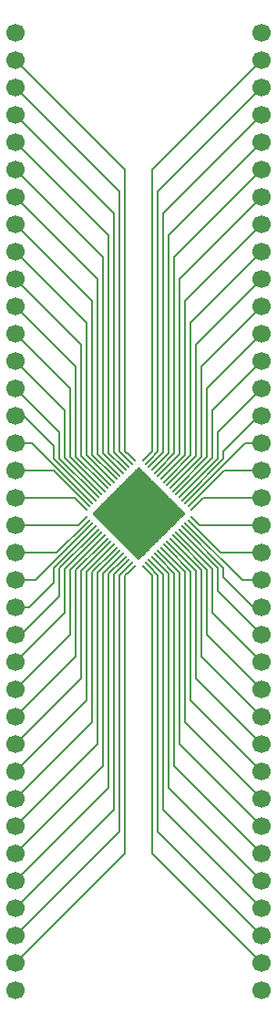
<source format=gtl>
G04 #@! TF.GenerationSoftware,KiCad,Pcbnew,9.0.6*
G04 #@! TF.CreationDate,2025-12-31T13:07:48-06:00*
G04 #@! TF.ProjectId,QFN-68_8x8,51464e2d-3638-45f3-9878-382e6b696361,rev?*
G04 #@! TF.SameCoordinates,Original*
G04 #@! TF.FileFunction,Copper,L1,Top*
G04 #@! TF.FilePolarity,Positive*
%FSLAX46Y46*%
G04 Gerber Fmt 4.6, Leading zero omitted, Abs format (unit mm)*
G04 Created by KiCad (PCBNEW 9.0.6) date 2025-12-31 13:07:48*
%MOMM*%
%LPD*%
G01*
G04 APERTURE LIST*
G04 Aperture macros list*
%AMRoundRect*
0 Rectangle with rounded corners*
0 $1 Rounding radius*
0 $2 $3 $4 $5 $6 $7 $8 $9 X,Y pos of 4 corners*
0 Add a 4 corners polygon primitive as box body*
4,1,4,$2,$3,$4,$5,$6,$7,$8,$9,$2,$3,0*
0 Add four circle primitives for the rounded corners*
1,1,$1+$1,$2,$3*
1,1,$1+$1,$4,$5*
1,1,$1+$1,$6,$7*
1,1,$1+$1,$8,$9*
0 Add four rect primitives between the rounded corners*
20,1,$1+$1,$2,$3,$4,$5,0*
20,1,$1+$1,$4,$5,$6,$7,0*
20,1,$1+$1,$6,$7,$8,$9,0*
20,1,$1+$1,$8,$9,$2,$3,0*%
%AMRotRect*
0 Rectangle, with rotation*
0 The origin of the aperture is its center*
0 $1 length*
0 $2 width*
0 $3 Rotation angle, in degrees counterclockwise*
0 Add horizontal line*
21,1,$1,$2,0,0,$3*%
G04 Aperture macros list end*
G04 #@! TA.AperFunction,SMDPad,CuDef*
%ADD10RoundRect,0.050000X-0.437522X0.366812X0.366812X-0.437522X0.437522X-0.366812X-0.366812X0.437522X0*%
G04 #@! TD*
G04 #@! TA.AperFunction,SMDPad,CuDef*
%ADD11RoundRect,0.050000X-0.437522X-0.366812X-0.366812X-0.437522X0.437522X0.366812X0.366812X0.437522X0*%
G04 #@! TD*
G04 #@! TA.AperFunction,HeatsinkPad*
%ADD12C,0.500000*%
G04 #@! TD*
G04 #@! TA.AperFunction,HeatsinkPad*
%ADD13RotRect,5.200000X5.200000X315.000000*%
G04 #@! TD*
G04 #@! TA.AperFunction,ComponentPad*
%ADD14C,1.700000*%
G04 #@! TD*
G04 #@! TA.AperFunction,Conductor*
%ADD15C,0.200000*%
G04 #@! TD*
G04 APERTURE END LIST*
D10*
X137728904Y-115578099D03*
X137446061Y-115860942D03*
X137163218Y-116143785D03*
X136880376Y-116426627D03*
X136597533Y-116709470D03*
X136314690Y-116992313D03*
X136031847Y-117275156D03*
X135749005Y-117557998D03*
X135466162Y-117840841D03*
X135183319Y-118123684D03*
X134900477Y-118406526D03*
X134617634Y-118689369D03*
X134334791Y-118972212D03*
X134051948Y-119255055D03*
X133769106Y-119537897D03*
X133486263Y-119820740D03*
X133203420Y-120103583D03*
D11*
X133203420Y-121505775D03*
X133486263Y-121788618D03*
X133769106Y-122071461D03*
X134051948Y-122354303D03*
X134334791Y-122637146D03*
X134617634Y-122919989D03*
X134900477Y-123202832D03*
X135183319Y-123485674D03*
X135466162Y-123768517D03*
X135749005Y-124051360D03*
X136031847Y-124334202D03*
X136314690Y-124617045D03*
X136597533Y-124899888D03*
X136880376Y-125182731D03*
X137163218Y-125465573D03*
X137446061Y-125748416D03*
X137728904Y-126031259D03*
D10*
X139131096Y-126031259D03*
X139413939Y-125748416D03*
X139696782Y-125465573D03*
X139979624Y-125182731D03*
X140262467Y-124899888D03*
X140545310Y-124617045D03*
X140828153Y-124334202D03*
X141110995Y-124051360D03*
X141393838Y-123768517D03*
X141676681Y-123485674D03*
X141959523Y-123202832D03*
X142242366Y-122919989D03*
X142525209Y-122637146D03*
X142808052Y-122354303D03*
X143090894Y-122071461D03*
X143373737Y-121788618D03*
X143656580Y-121505775D03*
D11*
X143656580Y-120103583D03*
X143373737Y-119820740D03*
X143090894Y-119537897D03*
X142808052Y-119255055D03*
X142525209Y-118972212D03*
X142242366Y-118689369D03*
X141959523Y-118406526D03*
X141676681Y-118123684D03*
X141393838Y-117840841D03*
X141110995Y-117557998D03*
X140828153Y-117275156D03*
X140545310Y-116992313D03*
X140262467Y-116709470D03*
X139979624Y-116426627D03*
X139696782Y-116143785D03*
X139413939Y-115860942D03*
X139131096Y-115578099D03*
D12*
X138430000Y-117481277D03*
X136768299Y-119142978D03*
X135106598Y-120804679D03*
X137599150Y-118312128D03*
X135937449Y-119973829D03*
X139260850Y-118312128D03*
X138430000Y-119142978D03*
X136768299Y-120804679D03*
X135937449Y-121635529D03*
X137599150Y-119973829D03*
X140091701Y-119142978D03*
X139260850Y-119973829D03*
X138430000Y-120804679D03*
D13*
X138430000Y-120804679D03*
D12*
X137599150Y-121635529D03*
X136768299Y-122466380D03*
X139260850Y-121635529D03*
X140922551Y-119973829D03*
X140091701Y-120804679D03*
X138430000Y-122466380D03*
X137599150Y-123297230D03*
X140922551Y-121635529D03*
X139260850Y-123297230D03*
X141753402Y-120804679D03*
X140091701Y-122466380D03*
X138430000Y-124128081D03*
D14*
X127000000Y-76200000D03*
X127000000Y-78740000D03*
X127000000Y-81280000D03*
X127000000Y-83820000D03*
X127000000Y-86360000D03*
X127000000Y-88900000D03*
X127000000Y-91440000D03*
X127000000Y-93980000D03*
X127000000Y-96520000D03*
X127000000Y-99060000D03*
X127000000Y-101600000D03*
X127000000Y-104140000D03*
X127000000Y-106680000D03*
X127000000Y-109220000D03*
X127000000Y-111760000D03*
X127000000Y-114300000D03*
X127000000Y-116840000D03*
X127000000Y-119380000D03*
X127000000Y-121920000D03*
X127000000Y-124460000D03*
X127000000Y-127000000D03*
X127000000Y-129540000D03*
X127000000Y-132080000D03*
X127000000Y-134620000D03*
X127000000Y-137160000D03*
X127000000Y-139700000D03*
X127000000Y-142240000D03*
X127000000Y-144780000D03*
X127000000Y-147320000D03*
X127000000Y-149860000D03*
X127000000Y-152400000D03*
X127000000Y-154940000D03*
X127000000Y-157480000D03*
X127000000Y-160020000D03*
X127000000Y-162560000D03*
X127000000Y-165100000D03*
X149860000Y-76200000D03*
X149860000Y-78740000D03*
X149860000Y-81280000D03*
X149860000Y-83820000D03*
X149860000Y-86360000D03*
X149860000Y-88900000D03*
X149860000Y-91440000D03*
X149860000Y-93980000D03*
X149860000Y-96520000D03*
X149860000Y-99060000D03*
X149860000Y-101600000D03*
X149860000Y-104140000D03*
X149860000Y-106680000D03*
X149860000Y-109220000D03*
X149860000Y-111760000D03*
X149860000Y-114300000D03*
X149860000Y-116840000D03*
X149860000Y-119380000D03*
X149860000Y-121920000D03*
X149860000Y-124460000D03*
X149860000Y-127000000D03*
X149860000Y-129540000D03*
X149860000Y-132080000D03*
X149860000Y-134620000D03*
X149860000Y-137160000D03*
X149860000Y-139700000D03*
X149860000Y-142240000D03*
X149860000Y-144780000D03*
X149860000Y-147320000D03*
X149860000Y-149860000D03*
X149860000Y-152400000D03*
X149860000Y-154940000D03*
X149860000Y-157480000D03*
X149860000Y-160020000D03*
X149860000Y-162560000D03*
X149860000Y-165100000D03*
D15*
X133604000Y-126196365D02*
X133604000Y-138176000D01*
X133604000Y-138176000D02*
X127000000Y-144780000D01*
X135749005Y-124051360D02*
X133604000Y-126196365D01*
X135183319Y-118123684D02*
X132588000Y-115528365D01*
X132588000Y-107188000D02*
X127000000Y-101600000D01*
X132588000Y-115528365D02*
X132588000Y-107188000D01*
X137163218Y-116143785D02*
X136144000Y-115124567D01*
X136144000Y-92964000D02*
X127000000Y-83820000D01*
X136144000Y-115124567D02*
X136144000Y-92964000D01*
X134620000Y-99060000D02*
X127000000Y-91440000D01*
X136314690Y-116992313D02*
X134620000Y-115297623D01*
X134620000Y-115297623D02*
X134620000Y-99060000D01*
X133604000Y-115412993D02*
X133604000Y-103124000D01*
X135749005Y-117557998D02*
X133604000Y-115412993D01*
X133604000Y-103124000D02*
X127000000Y-96520000D01*
X137160000Y-88900000D02*
X127000000Y-78740000D01*
X137728904Y-115578099D02*
X137160000Y-115009195D01*
X137160000Y-115009195D02*
X137160000Y-88900000D01*
X136880376Y-125182731D02*
X135636000Y-126427107D01*
X135636000Y-126427107D02*
X135636000Y-146304000D01*
X135636000Y-146304000D02*
X127000000Y-154940000D01*
X134112000Y-101092000D02*
X127000000Y-93980000D01*
X134112000Y-115355309D02*
X134112000Y-101092000D01*
X136031847Y-117275156D02*
X134112000Y-115355309D01*
X136031847Y-124334202D02*
X134112000Y-126254049D01*
X134112000Y-140208000D02*
X127000000Y-147320000D01*
X134112000Y-126254049D02*
X134112000Y-140208000D01*
X136652000Y-115066881D02*
X136652000Y-90932000D01*
X137446061Y-115860942D02*
X136652000Y-115066881D01*
X136652000Y-90932000D02*
X127000000Y-81280000D01*
X136144000Y-148336000D02*
X127000000Y-157480000D01*
X136144000Y-126484791D02*
X136144000Y-148336000D01*
X137163218Y-125465573D02*
X136144000Y-126484791D01*
X132080000Y-126023309D02*
X132080000Y-132080000D01*
X134900477Y-123202832D02*
X132080000Y-126023309D01*
X132080000Y-132080000D02*
X127000000Y-137160000D01*
X131572000Y-125965623D02*
X131572000Y-130048000D01*
X131572000Y-130048000D02*
X127000000Y-134620000D01*
X134617634Y-122919989D02*
X131572000Y-125965623D01*
X130814881Y-124460000D02*
X127000000Y-124460000D01*
X133486263Y-121788618D02*
X130814881Y-124460000D01*
X133769106Y-122071461D02*
X128840567Y-127000000D01*
X128840567Y-127000000D02*
X127000000Y-127000000D01*
X133203420Y-121505775D02*
X132789195Y-121920000D01*
X132789195Y-121920000D02*
X127000000Y-121920000D01*
X135466162Y-117840841D02*
X133096000Y-115470679D01*
X133096000Y-115470679D02*
X133096000Y-105156000D01*
X133096000Y-105156000D02*
X127000000Y-99060000D01*
X134051948Y-119255055D02*
X130556000Y-115759107D01*
X130556000Y-114554000D02*
X127762000Y-111760000D01*
X130556000Y-115759107D02*
X130556000Y-114554000D01*
X127762000Y-111760000D02*
X127000000Y-111760000D01*
X137160000Y-152400000D02*
X127000000Y-162560000D01*
X137728904Y-126031259D02*
X137160000Y-126600163D01*
X137160000Y-126600163D02*
X137160000Y-152400000D01*
X133096000Y-136144000D02*
X127000000Y-142240000D01*
X135466162Y-123768517D02*
X133096000Y-126138679D01*
X133096000Y-126138679D02*
X133096000Y-136144000D01*
X134051948Y-122354303D02*
X130556000Y-125850251D01*
X130556000Y-127254000D02*
X128270000Y-129540000D01*
X128270000Y-129540000D02*
X127000000Y-129540000D01*
X130556000Y-125850251D02*
X130556000Y-127254000D01*
X130505523Y-116840000D02*
X127000000Y-116840000D01*
X133486263Y-119820740D02*
X130505523Y-116840000D01*
X136314690Y-124617045D02*
X134620000Y-126311735D01*
X134620000Y-126311735D02*
X134620000Y-142240000D01*
X134620000Y-142240000D02*
X127000000Y-149860000D01*
X133769106Y-119537897D02*
X128531209Y-114300000D01*
X128531209Y-114300000D02*
X127000000Y-114300000D01*
X135183319Y-123485674D02*
X132588000Y-126080993D01*
X132588000Y-134112000D02*
X127000000Y-139700000D01*
X132588000Y-126080993D02*
X132588000Y-134112000D01*
X135128000Y-144272000D02*
X127000000Y-152400000D01*
X135128000Y-126369421D02*
X135128000Y-144272000D01*
X136597533Y-124899888D02*
X135128000Y-126369421D01*
X136652000Y-126542477D02*
X136652000Y-150368000D01*
X137446061Y-125748416D02*
X136652000Y-126542477D01*
X136652000Y-150368000D02*
X127000000Y-160020000D01*
X132479837Y-119380000D02*
X127000000Y-119380000D01*
X133203420Y-120103583D02*
X132479837Y-119380000D01*
X136597533Y-116709470D02*
X135128000Y-115239937D01*
X135128000Y-97028000D02*
X127000000Y-88900000D01*
X135128000Y-115239937D02*
X135128000Y-97028000D01*
X136880376Y-116426627D02*
X135636000Y-115182251D01*
X135636000Y-115182251D02*
X135636000Y-94996000D01*
X135636000Y-94996000D02*
X127000000Y-86360000D01*
X134334791Y-118972212D02*
X131064000Y-115701421D01*
X131064000Y-115701421D02*
X131064000Y-113284000D01*
X131064000Y-113284000D02*
X127000000Y-109220000D01*
X131572000Y-115643735D02*
X131572000Y-111252000D01*
X131572000Y-111252000D02*
X127000000Y-106680000D01*
X134617634Y-118689369D02*
X131572000Y-115643735D01*
X134900477Y-118406526D02*
X132080000Y-115586049D01*
X132080000Y-109220000D02*
X127000000Y-104140000D01*
X132080000Y-115586049D02*
X132080000Y-109220000D01*
X134334791Y-122637146D02*
X131064000Y-125907937D01*
X131064000Y-128524000D02*
X127508000Y-132080000D01*
X127508000Y-132080000D02*
X127000000Y-132080000D01*
X131064000Y-125907937D02*
X131064000Y-128524000D01*
X144380163Y-119380000D02*
X149860000Y-119380000D01*
X143656580Y-120103583D02*
X144380163Y-119380000D01*
X141732000Y-115239937D02*
X141732000Y-97028000D01*
X141732000Y-97028000D02*
X149860000Y-88900000D01*
X140262467Y-116709470D02*
X141732000Y-115239937D01*
X143764000Y-126138679D02*
X143764000Y-136144000D01*
X141393838Y-123768517D02*
X143764000Y-126138679D01*
X143764000Y-136144000D02*
X149860000Y-142240000D01*
X140545310Y-124617045D02*
X142240000Y-126311735D01*
X142240000Y-126311735D02*
X142240000Y-142240000D01*
X142240000Y-142240000D02*
X149860000Y-149860000D01*
X142525209Y-118972212D02*
X145796000Y-115701421D01*
X145796000Y-115701421D02*
X145796000Y-113284000D01*
X145796000Y-113284000D02*
X149860000Y-109220000D01*
X142242366Y-118689369D02*
X145288000Y-115643735D01*
X145288000Y-115643735D02*
X145288000Y-111252000D01*
X145288000Y-111252000D02*
X149860000Y-106680000D01*
X141676681Y-118123684D02*
X144272000Y-115528365D01*
X144272000Y-115528365D02*
X144272000Y-107188000D01*
X144272000Y-107188000D02*
X149860000Y-101600000D01*
X139696782Y-116143785D02*
X140716000Y-115124567D01*
X140716000Y-115124567D02*
X140716000Y-92964000D01*
X140716000Y-92964000D02*
X149860000Y-83820000D01*
X148328791Y-114300000D02*
X149860000Y-114300000D01*
X143090894Y-119537897D02*
X148328791Y-114300000D01*
X142748000Y-140208000D02*
X149860000Y-147320000D01*
X142748000Y-126254049D02*
X142748000Y-140208000D01*
X140828153Y-124334202D02*
X142748000Y-126254049D01*
X143764000Y-105156000D02*
X149860000Y-99060000D01*
X141393838Y-117840841D02*
X143764000Y-115470679D01*
X143764000Y-115470679D02*
X143764000Y-105156000D01*
X149606000Y-111760000D02*
X149860000Y-111760000D01*
X146304000Y-115759107D02*
X146304000Y-115062000D01*
X146304000Y-115062000D02*
X149606000Y-111760000D01*
X142808052Y-119255055D02*
X146304000Y-115759107D01*
X149098000Y-129540000D02*
X149860000Y-129540000D01*
X146304000Y-126746000D02*
X149098000Y-129540000D01*
X146304000Y-125850251D02*
X146304000Y-126746000D01*
X142808052Y-122354303D02*
X146304000Y-125850251D01*
X139700000Y-88900000D02*
X149860000Y-78740000D01*
X139700000Y-115009195D02*
X139700000Y-88900000D01*
X139131096Y-115578099D02*
X139700000Y-115009195D01*
X139131096Y-126031259D02*
X139700000Y-126600163D01*
X139700000Y-152400000D02*
X149860000Y-162560000D01*
X139700000Y-126600163D02*
X139700000Y-152400000D01*
X140716000Y-126484791D02*
X140716000Y-148336000D01*
X140716000Y-148336000D02*
X149860000Y-157480000D01*
X139696782Y-125465573D02*
X140716000Y-126484791D01*
X140208000Y-115066881D02*
X140208000Y-90932000D01*
X139413939Y-115860942D02*
X140208000Y-115066881D01*
X140208000Y-90932000D02*
X149860000Y-81280000D01*
X146354477Y-116840000D02*
X149860000Y-116840000D01*
X143373737Y-119820740D02*
X146354477Y-116840000D01*
X143656580Y-121505775D02*
X144070805Y-121920000D01*
X144070805Y-121920000D02*
X149860000Y-121920000D01*
X143090894Y-122071461D02*
X148019433Y-127000000D01*
X148019433Y-127000000D02*
X149860000Y-127000000D01*
X144780000Y-132080000D02*
X149860000Y-137160000D01*
X144780000Y-126023309D02*
X144780000Y-132080000D01*
X141959523Y-123202832D02*
X144780000Y-126023309D01*
X140545310Y-116992313D02*
X142240000Y-115297623D01*
X142240000Y-115297623D02*
X142240000Y-99060000D01*
X142240000Y-99060000D02*
X149860000Y-91440000D01*
X145796000Y-128016000D02*
X149860000Y-132080000D01*
X145796000Y-125907937D02*
X145796000Y-128016000D01*
X142525209Y-122637146D02*
X145796000Y-125907937D01*
X141732000Y-126369421D02*
X141732000Y-144272000D01*
X140262467Y-124899888D02*
X141732000Y-126369421D01*
X141732000Y-144272000D02*
X149860000Y-152400000D01*
X141224000Y-115182251D02*
X141224000Y-94996000D01*
X139979624Y-116426627D02*
X141224000Y-115182251D01*
X141224000Y-94996000D02*
X149860000Y-86360000D01*
X145288000Y-125965623D02*
X145288000Y-130048000D01*
X142242366Y-122919989D02*
X145288000Y-125965623D01*
X145288000Y-130048000D02*
X149860000Y-134620000D01*
X144272000Y-134112000D02*
X149860000Y-139700000D01*
X141676681Y-123485674D02*
X144272000Y-126080993D01*
X144272000Y-126080993D02*
X144272000Y-134112000D01*
X144780000Y-109220000D02*
X149860000Y-104140000D01*
X144780000Y-115586049D02*
X144780000Y-109220000D01*
X141959523Y-118406526D02*
X144780000Y-115586049D01*
X141110995Y-124051360D02*
X143256000Y-126196365D01*
X143256000Y-126196365D02*
X143256000Y-138176000D01*
X143256000Y-138176000D02*
X149860000Y-144780000D01*
X142748000Y-115355309D02*
X142748000Y-101092000D01*
X142748000Y-101092000D02*
X149860000Y-93980000D01*
X140828153Y-117275156D02*
X142748000Y-115355309D01*
X141224000Y-146304000D02*
X149860000Y-154940000D01*
X139979624Y-125182731D02*
X141224000Y-126427107D01*
X141224000Y-126427107D02*
X141224000Y-146304000D01*
X141110995Y-117557998D02*
X143256000Y-115412993D01*
X143256000Y-115412993D02*
X143256000Y-103124000D01*
X143256000Y-103124000D02*
X149860000Y-96520000D01*
X140208000Y-126542477D02*
X140208000Y-150368000D01*
X139413939Y-125748416D02*
X140208000Y-126542477D01*
X140208000Y-150368000D02*
X149860000Y-160020000D01*
X143373737Y-121788618D02*
X146045119Y-124460000D01*
X146045119Y-124460000D02*
X149860000Y-124460000D01*
G04 #@! TA.AperFunction,Conductor*
G36*
X138519699Y-116540396D02*
G01*
X138527510Y-116549410D01*
X138556676Y-116586537D01*
X138556685Y-116586547D01*
X138688333Y-116718195D01*
X138688353Y-116718213D01*
X138761296Y-116775516D01*
X138782203Y-116796422D01*
X138839516Y-116869377D01*
X138839528Y-116869390D01*
X138971176Y-117001038D01*
X138971182Y-117001043D01*
X138971186Y-117001047D01*
X138971189Y-117001049D01*
X139044144Y-117058363D01*
X139065050Y-117079270D01*
X139122352Y-117152212D01*
X139122370Y-117152232D01*
X139254018Y-117283880D01*
X139254038Y-117283898D01*
X139326981Y-117341201D01*
X139347888Y-117362107D01*
X139405201Y-117435062D01*
X139405213Y-117435075D01*
X139536861Y-117566723D01*
X139536881Y-117566741D01*
X139609824Y-117624044D01*
X139630731Y-117644950D01*
X139688044Y-117717905D01*
X139688056Y-117717918D01*
X139819704Y-117849566D01*
X139819724Y-117849584D01*
X139892667Y-117906887D01*
X139913574Y-117927793D01*
X139970887Y-118000748D01*
X139970899Y-118000761D01*
X140102547Y-118132409D01*
X140102553Y-118132414D01*
X140102557Y-118132418D01*
X140102560Y-118132420D01*
X140175515Y-118189734D01*
X140196421Y-118210641D01*
X140253723Y-118283583D01*
X140253741Y-118283603D01*
X140385389Y-118415251D01*
X140385409Y-118415269D01*
X140458352Y-118472572D01*
X140479259Y-118493478D01*
X140536572Y-118566433D01*
X140536584Y-118566446D01*
X140668232Y-118698094D01*
X140668252Y-118698112D01*
X140741195Y-118755415D01*
X140762102Y-118776321D01*
X140819415Y-118849276D01*
X140819427Y-118849289D01*
X140951075Y-118980937D01*
X140951081Y-118980942D01*
X140951085Y-118980946D01*
X140951088Y-118980948D01*
X141024043Y-119038262D01*
X141044949Y-119059169D01*
X141102251Y-119132111D01*
X141102269Y-119132131D01*
X141233917Y-119263779D01*
X141233937Y-119263797D01*
X141306880Y-119321100D01*
X141327787Y-119342006D01*
X141385100Y-119414961D01*
X141385112Y-119414974D01*
X141516760Y-119546622D01*
X141516780Y-119546640D01*
X141589723Y-119603943D01*
X141610630Y-119624849D01*
X141667943Y-119697804D01*
X141667955Y-119697817D01*
X141799603Y-119829465D01*
X141799623Y-119829483D01*
X141872566Y-119886786D01*
X141893473Y-119907692D01*
X141950786Y-119980647D01*
X141950798Y-119980660D01*
X142082446Y-120112308D01*
X142082452Y-120112313D01*
X142082456Y-120112317D01*
X142082459Y-120112319D01*
X142155414Y-120169633D01*
X142176320Y-120190540D01*
X142233622Y-120263482D01*
X142233640Y-120263502D01*
X142365288Y-120395150D01*
X142365308Y-120395168D01*
X142438251Y-120452471D01*
X142459158Y-120473377D01*
X142516471Y-120546332D01*
X142516483Y-120546345D01*
X142648131Y-120677993D01*
X142648137Y-120677998D01*
X142648141Y-120678002D01*
X142648144Y-120678004D01*
X142685269Y-120707170D01*
X142725826Y-120764064D01*
X142729185Y-120833853D01*
X142694281Y-120894379D01*
X142685269Y-120902188D01*
X142648144Y-120931353D01*
X142648131Y-120931364D01*
X142516483Y-121063012D01*
X142516471Y-121063025D01*
X142459160Y-121135978D01*
X142438254Y-121156884D01*
X142365301Y-121214195D01*
X142365288Y-121214207D01*
X142233640Y-121345855D01*
X142233629Y-121345868D01*
X142176318Y-121418821D01*
X142155412Y-121439727D01*
X142082459Y-121497038D01*
X142082446Y-121497049D01*
X141950798Y-121628697D01*
X141950786Y-121628710D01*
X141893475Y-121701663D01*
X141872569Y-121722569D01*
X141799616Y-121779880D01*
X141799603Y-121779892D01*
X141667955Y-121911540D01*
X141667943Y-121911553D01*
X141610632Y-121984506D01*
X141589726Y-122005412D01*
X141516773Y-122062723D01*
X141516760Y-122062735D01*
X141385112Y-122194383D01*
X141385100Y-122194396D01*
X141327789Y-122267349D01*
X141306883Y-122288255D01*
X141233930Y-122345566D01*
X141233917Y-122345578D01*
X141102269Y-122477226D01*
X141102258Y-122477239D01*
X141044947Y-122550192D01*
X141024041Y-122571098D01*
X140951088Y-122628409D01*
X140951075Y-122628420D01*
X140819427Y-122760068D01*
X140819415Y-122760081D01*
X140762104Y-122833034D01*
X140741198Y-122853940D01*
X140668245Y-122911251D01*
X140668232Y-122911263D01*
X140536584Y-123042911D01*
X140536572Y-123042924D01*
X140479261Y-123115877D01*
X140458355Y-123136783D01*
X140385402Y-123194094D01*
X140385389Y-123194106D01*
X140253741Y-123325754D01*
X140253730Y-123325767D01*
X140196419Y-123398720D01*
X140175513Y-123419626D01*
X140102560Y-123476937D01*
X140102547Y-123476948D01*
X139970899Y-123608596D01*
X139970887Y-123608609D01*
X139913576Y-123681562D01*
X139892670Y-123702468D01*
X139819717Y-123759779D01*
X139819704Y-123759791D01*
X139688056Y-123891439D01*
X139688044Y-123891452D01*
X139630733Y-123964405D01*
X139609827Y-123985311D01*
X139536874Y-124042622D01*
X139536861Y-124042634D01*
X139405213Y-124174282D01*
X139405201Y-124174295D01*
X139347890Y-124247248D01*
X139326984Y-124268154D01*
X139254031Y-124325465D01*
X139254018Y-124325477D01*
X139122370Y-124457125D01*
X139122359Y-124457138D01*
X139065048Y-124530091D01*
X139044142Y-124550997D01*
X138971189Y-124608308D01*
X138971176Y-124608319D01*
X138839528Y-124739967D01*
X138839516Y-124739980D01*
X138782205Y-124812933D01*
X138761299Y-124833839D01*
X138688346Y-124891150D01*
X138688333Y-124891162D01*
X138556685Y-125022810D01*
X138556674Y-125022823D01*
X138527509Y-125059948D01*
X138470615Y-125100505D01*
X138400826Y-125103864D01*
X138340300Y-125068960D01*
X138332491Y-125059948D01*
X138303325Y-125022823D01*
X138303323Y-125022820D01*
X138303319Y-125022816D01*
X138303314Y-125022810D01*
X138171666Y-124891162D01*
X138171653Y-124891150D01*
X138098698Y-124833837D01*
X138077792Y-124812930D01*
X138020489Y-124739987D01*
X138020471Y-124739967D01*
X137888823Y-124608319D01*
X137888803Y-124608301D01*
X137815861Y-124550999D01*
X137794954Y-124530093D01*
X137737640Y-124457138D01*
X137737638Y-124457135D01*
X137737634Y-124457131D01*
X137737629Y-124457125D01*
X137605981Y-124325477D01*
X137605968Y-124325465D01*
X137533013Y-124268152D01*
X137512107Y-124247245D01*
X137454804Y-124174302D01*
X137454786Y-124174282D01*
X137323138Y-124042634D01*
X137323125Y-124042622D01*
X137250170Y-123985309D01*
X137229264Y-123964402D01*
X137171961Y-123891459D01*
X137171943Y-123891439D01*
X137040295Y-123759791D01*
X137040282Y-123759779D01*
X136967327Y-123702466D01*
X136946421Y-123681559D01*
X136889118Y-123608616D01*
X136889100Y-123608596D01*
X136757452Y-123476948D01*
X136757432Y-123476930D01*
X136684490Y-123419628D01*
X136663583Y-123398722D01*
X136606269Y-123325767D01*
X136606267Y-123325764D01*
X136606263Y-123325760D01*
X136606258Y-123325754D01*
X136474610Y-123194106D01*
X136474597Y-123194094D01*
X136401642Y-123136781D01*
X136380736Y-123115874D01*
X136323433Y-123042931D01*
X136323415Y-123042911D01*
X136191767Y-122911263D01*
X136191754Y-122911251D01*
X136118799Y-122853938D01*
X136097893Y-122833031D01*
X136040590Y-122760088D01*
X136040572Y-122760068D01*
X135908924Y-122628420D01*
X135908904Y-122628402D01*
X135835962Y-122571100D01*
X135815055Y-122550194D01*
X135757741Y-122477239D01*
X135757739Y-122477236D01*
X135757735Y-122477232D01*
X135757730Y-122477226D01*
X135626082Y-122345578D01*
X135626069Y-122345566D01*
X135553114Y-122288253D01*
X135532208Y-122267346D01*
X135474905Y-122194403D01*
X135474887Y-122194383D01*
X135343239Y-122062735D01*
X135343226Y-122062723D01*
X135270271Y-122005410D01*
X135249365Y-121984503D01*
X135192062Y-121911560D01*
X135192044Y-121911540D01*
X135060396Y-121779892D01*
X135060383Y-121779880D01*
X134987428Y-121722567D01*
X134966522Y-121701660D01*
X134909219Y-121628717D01*
X134909201Y-121628697D01*
X134777553Y-121497049D01*
X134777533Y-121497031D01*
X134704591Y-121439729D01*
X134683684Y-121418823D01*
X134626370Y-121345868D01*
X134626368Y-121345865D01*
X134626364Y-121345861D01*
X134626359Y-121345855D01*
X134494711Y-121214207D01*
X134494698Y-121214195D01*
X134421743Y-121156882D01*
X134400837Y-121135975D01*
X134343534Y-121063032D01*
X134343516Y-121063012D01*
X134211868Y-120931364D01*
X134211858Y-120931355D01*
X134200647Y-120922548D01*
X134174730Y-120902187D01*
X134134174Y-120845295D01*
X134130813Y-120775507D01*
X134165717Y-120714980D01*
X134174730Y-120707170D01*
X134211859Y-120678002D01*
X134343525Y-120546336D01*
X134398566Y-120476273D01*
X134398566Y-120476270D01*
X134400838Y-120473380D01*
X134421746Y-120452472D01*
X134424636Y-120450200D01*
X134424639Y-120450200D01*
X134494702Y-120395159D01*
X134626368Y-120263493D01*
X134681409Y-120193430D01*
X134681410Y-120193427D01*
X134683680Y-120190538D01*
X134704589Y-120169629D01*
X134707478Y-120167359D01*
X134707481Y-120167358D01*
X134777544Y-120112317D01*
X134909210Y-119980651D01*
X134964251Y-119910588D01*
X134964251Y-119910585D01*
X134966523Y-119907695D01*
X134987431Y-119886787D01*
X134990321Y-119884515D01*
X134990324Y-119884515D01*
X135060387Y-119829474D01*
X135192053Y-119697808D01*
X135247094Y-119627745D01*
X135247094Y-119627742D01*
X135249366Y-119624852D01*
X135270274Y-119603944D01*
X135273164Y-119601672D01*
X135273167Y-119601672D01*
X135343230Y-119546631D01*
X135474896Y-119414965D01*
X135529937Y-119344902D01*
X135529937Y-119344899D01*
X135532209Y-119342009D01*
X135553117Y-119321101D01*
X135556007Y-119318829D01*
X135556010Y-119318829D01*
X135626073Y-119263788D01*
X135757739Y-119132122D01*
X135812780Y-119062059D01*
X135812781Y-119062056D01*
X135815051Y-119059167D01*
X135835960Y-119038258D01*
X135838849Y-119035988D01*
X135838852Y-119035987D01*
X135908915Y-118980946D01*
X136040581Y-118849280D01*
X136095622Y-118779217D01*
X136095622Y-118779214D01*
X136097894Y-118776324D01*
X136118802Y-118755416D01*
X136121692Y-118753144D01*
X136121695Y-118753144D01*
X136191758Y-118698103D01*
X136323424Y-118566437D01*
X136378465Y-118496374D01*
X136378465Y-118496371D01*
X136380737Y-118493481D01*
X136401645Y-118472573D01*
X136404535Y-118470301D01*
X136404538Y-118470301D01*
X136474601Y-118415260D01*
X136606267Y-118283594D01*
X136661308Y-118213531D01*
X136661309Y-118213528D01*
X136663579Y-118210639D01*
X136684488Y-118189730D01*
X136687377Y-118187460D01*
X136687380Y-118187459D01*
X136757443Y-118132418D01*
X136889109Y-118000752D01*
X136944150Y-117930689D01*
X136944150Y-117930686D01*
X136946422Y-117927796D01*
X136967330Y-117906888D01*
X136970220Y-117904616D01*
X136970223Y-117904616D01*
X137040286Y-117849575D01*
X137171952Y-117717909D01*
X137226993Y-117647846D01*
X137226993Y-117647843D01*
X137229265Y-117644953D01*
X137250173Y-117624045D01*
X137253063Y-117621773D01*
X137253066Y-117621773D01*
X137323129Y-117566732D01*
X137454795Y-117435066D01*
X137509836Y-117365003D01*
X137509836Y-117365000D01*
X137512108Y-117362110D01*
X137533016Y-117341202D01*
X137535906Y-117338930D01*
X137535909Y-117338930D01*
X137605972Y-117283889D01*
X137737638Y-117152223D01*
X137792679Y-117082160D01*
X137792680Y-117082157D01*
X137794950Y-117079268D01*
X137815859Y-117058359D01*
X137818748Y-117056089D01*
X137818751Y-117056088D01*
X137888814Y-117001047D01*
X138020480Y-116869381D01*
X138075521Y-116799318D01*
X138075521Y-116799315D01*
X138077793Y-116796425D01*
X138098701Y-116775517D01*
X138101591Y-116773245D01*
X138101594Y-116773245D01*
X138171657Y-116718204D01*
X138303323Y-116586538D01*
X138332491Y-116549409D01*
X138389384Y-116508853D01*
X138459172Y-116505492D01*
X138519699Y-116540396D01*
G37*
G04 #@! TD.AperFunction*
M02*

</source>
